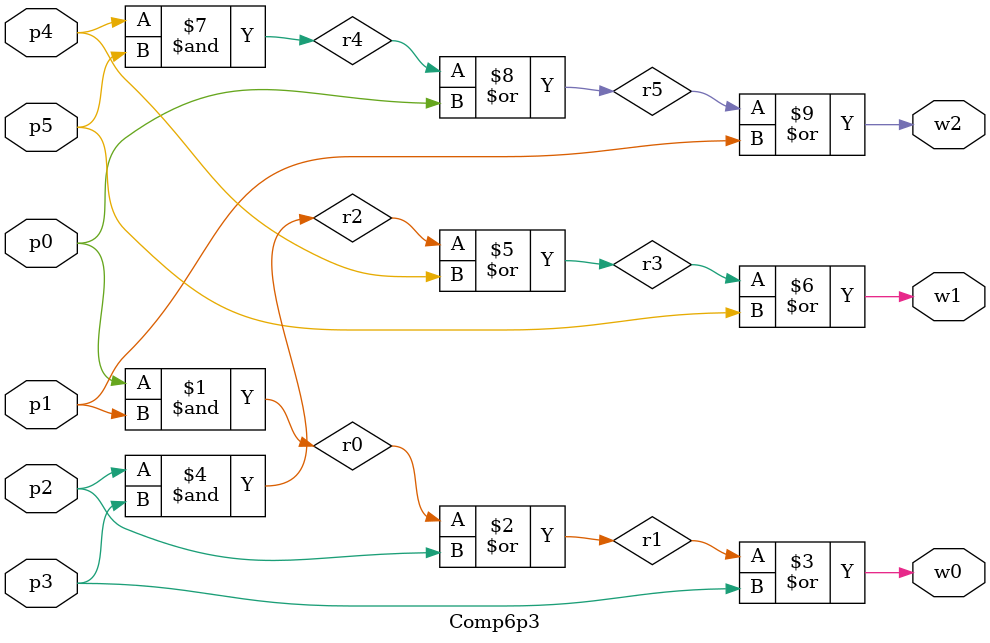
<source format=v>


module Comp6p3(w0, w1, w2, p0, p1, p2, p3, p4, p5); //{p0p1+p2+p3, p2p3+p4+p5, p4p5+p0+p1}

input p0, p1, p2, p3, p4, p5;
output w0, w1, w2;
wire r0, r1, r2, r3, r4, r5;

and and_1(r0, p0, p1);
or or_1(r1, r0, p2);
or or_2(w0, r1, p3);

and and_2(r2, p2, p3);
or or_3(r3, r2, p4);
or or_4(w1, r3, p5);

and and_3(r4, p4, p5);
or or_5(r5, r4, p0);
or or_6(w2, r5, p1);

endmodule

</source>
